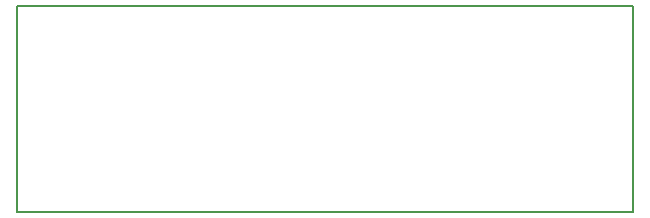
<source format=gm1>
G04 MADE WITH FRITZING*
G04 WWW.FRITZING.ORG*
G04 DOUBLE SIDED*
G04 HOLES PLATED*
G04 CONTOUR ON CENTER OF CONTOUR VECTOR*
%ASAXBY*%
%FSLAX23Y23*%
%MOIN*%
%OFA0B0*%
%SFA1.0B1.0*%
%ADD10R,2.063060X0.693374*%
%ADD11C,0.008000*%
%ADD10C,0.008*%
%LNCONTOUR*%
G90*
G70*
G54D10*
G54D11*
X4Y689D02*
X2059Y689D01*
X2059Y4D01*
X4Y4D01*
X4Y689D01*
D02*
G04 End of contour*
M02*
</source>
